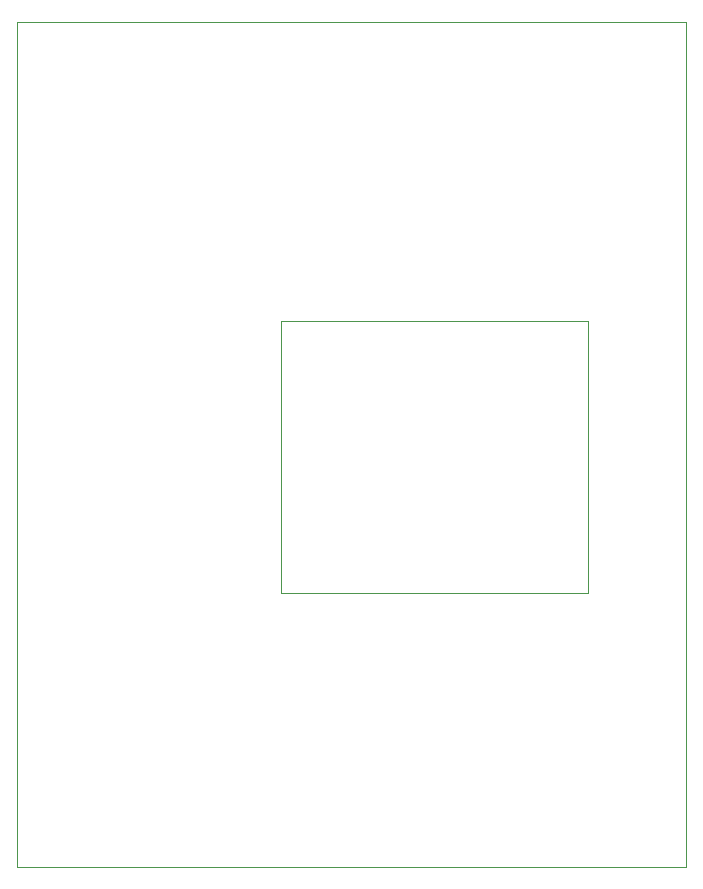
<source format=gbr>
G04 #@! TF.GenerationSoftware,KiCad,Pcbnew,(6.0.0-rc1-dev-1413-ga48e89956)*
G04 #@! TF.CreationDate,2019-10-25T11:37:15-06:00
G04 #@! TF.ProjectId,HAT_ver_6.0,4841545f-7665-4725-9f36-2e302e6b6963,5.1.1*
G04 #@! TF.SameCoordinates,Original*
G04 #@! TF.FileFunction,Profile,NP*
%FSLAX46Y46*%
G04 Gerber Fmt 4.6, Leading zero omitted, Abs format (unit mm)*
G04 Created by KiCad (PCBNEW (6.0.0-rc1-dev-1413-ga48e89956)) date Friday, October 25, 2019 at 11:37:15 AM*
%MOMM*%
%LPD*%
G04 APERTURE LIST*
%ADD10C,0.100000*%
G04 APERTURE END LIST*
D10*
X152196800Y-88036400D02*
X178206400Y-88036400D01*
X152196800Y-111048800D02*
X152196800Y-88036400D01*
X178206400Y-111048800D02*
X152196800Y-111048800D01*
X178206400Y-88036400D02*
X178206400Y-111048800D01*
X129895600Y-62708000D02*
X129895600Y-134294400D01*
X186505600Y-62708000D02*
X129895600Y-62708000D01*
X186505600Y-134294400D02*
X186505600Y-62708000D01*
X129895600Y-134294400D02*
X186505600Y-134294400D01*
M02*

</source>
